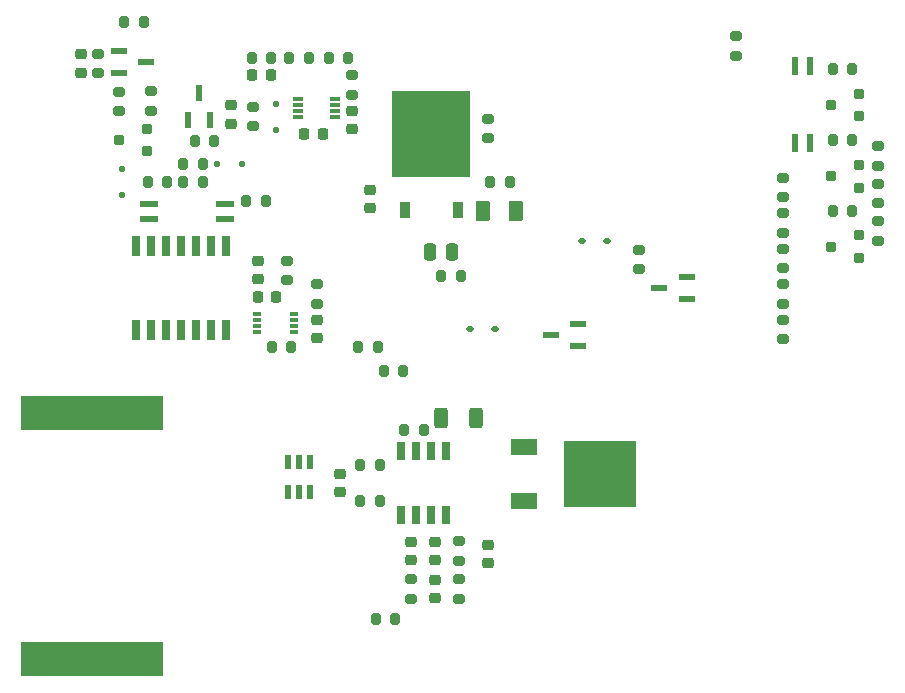
<source format=gbr>
%TF.GenerationSoftware,KiCad,Pcbnew,8.0.4*%
%TF.CreationDate,2024-09-03T11:52:29+09:00*%
%TF.ProjectId,chibarobo_board_2024,63686962-6172-46f6-926f-5f626f617264,rev?*%
%TF.SameCoordinates,Original*%
%TF.FileFunction,Paste,Bot*%
%TF.FilePolarity,Positive*%
%FSLAX46Y46*%
G04 Gerber Fmt 4.6, Leading zero omitted, Abs format (unit mm)*
G04 Created by KiCad (PCBNEW 8.0.4) date 2024-09-03 11:52:29*
%MOMM*%
%LPD*%
G01*
G04 APERTURE LIST*
G04 Aperture macros list*
%AMRoundRect*
0 Rectangle with rounded corners*
0 $1 Rounding radius*
0 $2 $3 $4 $5 $6 $7 $8 $9 X,Y pos of 4 corners*
0 Add a 4 corners polygon primitive as box body*
4,1,4,$2,$3,$4,$5,$6,$7,$8,$9,$2,$3,0*
0 Add four circle primitives for the rounded corners*
1,1,$1+$1,$2,$3*
1,1,$1+$1,$4,$5*
1,1,$1+$1,$6,$7*
1,1,$1+$1,$8,$9*
0 Add four rect primitives between the rounded corners*
20,1,$1+$1,$2,$3,$4,$5,0*
20,1,$1+$1,$4,$5,$6,$7,0*
20,1,$1+$1,$6,$7,$8,$9,0*
20,1,$1+$1,$8,$9,$2,$3,0*%
G04 Aperture macros list end*
%ADD10RoundRect,0.200000X-0.275000X0.200000X-0.275000X-0.200000X0.275000X-0.200000X0.275000X0.200000X0*%
%ADD11RoundRect,0.225000X0.250000X-0.225000X0.250000X0.225000X-0.250000X0.225000X-0.250000X-0.225000X0*%
%ADD12RoundRect,0.200000X-0.200000X-0.275000X0.200000X-0.275000X0.200000X0.275000X-0.200000X0.275000X0*%
%ADD13RoundRect,0.200000X0.250000X0.200000X-0.250000X0.200000X-0.250000X-0.200000X0.250000X-0.200000X0*%
%ADD14RoundRect,0.225000X-0.250000X0.225000X-0.250000X-0.225000X0.250000X-0.225000X0.250000X0.225000X0*%
%ADD15R,0.850000X0.300000*%
%ADD16R,2.286000X1.397000*%
%ADD17R,6.180000X5.690000*%
%ADD18RoundRect,0.137500X0.137500X-0.662500X0.137500X0.662500X-0.137500X0.662500X-0.137500X-0.662500X0*%
%ADD19RoundRect,0.200000X0.200000X0.275000X-0.200000X0.275000X-0.200000X-0.275000X0.200000X-0.275000X0*%
%ADD20RoundRect,0.200000X0.275000X-0.200000X0.275000X0.200000X-0.275000X0.200000X-0.275000X-0.200000X0*%
%ADD21R,0.700000X1.775000*%
%ADD22RoundRect,0.225000X-0.225000X-0.250000X0.225000X-0.250000X0.225000X0.250000X-0.225000X0.250000X0*%
%ADD23RoundRect,0.112500X0.187500X0.112500X-0.187500X0.112500X-0.187500X-0.112500X0.187500X-0.112500X0*%
%ADD24RoundRect,0.125000X0.125000X0.125000X-0.125000X0.125000X-0.125000X-0.125000X0.125000X-0.125000X0*%
%ADD25RoundRect,0.125000X0.125000X-0.125000X0.125000X0.125000X-0.125000X0.125000X-0.125000X-0.125000X0*%
%ADD26RoundRect,0.250000X0.250000X0.475000X-0.250000X0.475000X-0.250000X-0.475000X0.250000X-0.475000X0*%
%ADD27R,1.450000X0.600000*%
%ADD28RoundRect,0.225000X0.225000X0.250000X-0.225000X0.250000X-0.225000X-0.250000X0.225000X-0.250000X0*%
%ADD29RoundRect,0.250000X-0.375000X-0.625000X0.375000X-0.625000X0.375000X0.625000X-0.375000X0.625000X0*%
%ADD30RoundRect,0.250000X0.312500X0.625000X-0.312500X0.625000X-0.312500X-0.625000X0.312500X-0.625000X0*%
%ADD31R,0.600000X1.450000*%
%ADD32R,0.700000X1.525000*%
%ADD33R,0.800000X0.300000*%
%ADD34RoundRect,0.137500X-0.662500X-0.137500X0.662500X-0.137500X0.662500X0.137500X-0.662500X0.137500X0*%
%ADD35R,0.600000X1.200000*%
%ADD36R,0.939800X1.320800*%
%ADD37R,6.604000X7.315200*%
%ADD38R,12.000000X3.000000*%
G04 APERTURE END LIST*
D10*
%TO.C,R7*%
X140500000Y-99681981D03*
X140500000Y-101331981D03*
%TD*%
D11*
%TO.C,C17*%
X121213802Y-61097364D03*
X121213802Y-59547364D03*
%TD*%
D10*
%TO.C,R29*%
X168000000Y-68675000D03*
X168000000Y-70325000D03*
%TD*%
D12*
%TO.C,R20*%
X172175000Y-62500000D03*
X173825000Y-62500000D03*
%TD*%
D13*
%TO.C,Q3*%
X174400000Y-58550000D03*
X174400000Y-60450000D03*
X172000000Y-59500000D03*
%TD*%
D14*
%TO.C,C9*%
X128500000Y-77725000D03*
X128500000Y-79275000D03*
%TD*%
%TO.C,C14*%
X131491802Y-60035542D03*
X131491802Y-61585542D03*
%TD*%
D10*
%TO.C,R31*%
X168000000Y-71675000D03*
X168000000Y-73325000D03*
%TD*%
D12*
%TO.C,R51*%
X114175000Y-66000000D03*
X115825000Y-66000000D03*
%TD*%
D15*
%TO.C,IC5*%
X130075000Y-59000000D03*
X130075000Y-59500000D03*
X130075000Y-60000000D03*
X130075000Y-60500000D03*
X126925000Y-60500000D03*
X126925000Y-60000000D03*
X126925000Y-59500000D03*
X126925000Y-59000000D03*
%TD*%
D16*
%TO.C,Q12*%
X146000000Y-93000000D03*
D17*
X152436000Y-90714000D03*
D16*
X146000000Y-88428000D03*
%TD*%
D13*
%TO.C,Q8*%
X114150000Y-61550000D03*
X114150000Y-63450000D03*
X111750000Y-62500000D03*
%TD*%
D10*
%TO.C,R60*%
X155787095Y-71776873D03*
X155787095Y-73426873D03*
%TD*%
D18*
%TO.C,U2*%
X170270000Y-62750000D03*
X169000000Y-62750000D03*
X169000000Y-56250000D03*
X170270000Y-56250000D03*
%TD*%
D14*
%TO.C,C2*%
X138500000Y-96491895D03*
X138500000Y-98041895D03*
%TD*%
D19*
%TO.C,R3*%
X133825000Y-93000000D03*
X132175000Y-93000000D03*
%TD*%
D11*
%TO.C,C1*%
X136500000Y-98050000D03*
X136500000Y-96500000D03*
%TD*%
D19*
%TO.C,R47*%
X113825000Y-52500000D03*
X112175000Y-52500000D03*
%TD*%
D14*
%TO.C,C6*%
X143000000Y-96725000D03*
X143000000Y-98275000D03*
%TD*%
D20*
%TO.C,R13*%
X163980142Y-55355216D03*
X163980142Y-53705216D03*
%TD*%
D10*
%TO.C,R6*%
X140515499Y-96446313D03*
X140515499Y-98096313D03*
%TD*%
D12*
%TO.C,R1*%
X133500000Y-103000000D03*
X135150000Y-103000000D03*
%TD*%
D21*
%TO.C,IC3*%
X120810000Y-78538000D03*
X119540000Y-78538000D03*
X118270000Y-78538000D03*
X117000000Y-78538000D03*
X115730000Y-78538000D03*
X114460000Y-78538000D03*
X113190000Y-78538000D03*
X113190000Y-71462000D03*
X114460000Y-71462000D03*
X115730000Y-71462000D03*
X117000000Y-71462000D03*
X118270000Y-71462000D03*
X119540000Y-71462000D03*
X120810000Y-71462000D03*
%TD*%
D22*
%TO.C,C18*%
X127450000Y-62000000D03*
X129000000Y-62000000D03*
%TD*%
D20*
%TO.C,R41*%
X123075000Y-61325000D03*
X123075000Y-59675000D03*
%TD*%
D10*
%TO.C,R36*%
X128500000Y-74675000D03*
X128500000Y-76325000D03*
%TD*%
%TO.C,R58*%
X143000000Y-60675000D03*
X143000000Y-62325000D03*
%TD*%
D12*
%TO.C,R48*%
X118175000Y-62557176D03*
X119825000Y-62557176D03*
%TD*%
D13*
%TO.C,Q6*%
X174400000Y-64600000D03*
X174400000Y-66500000D03*
X172000000Y-65550000D03*
%TD*%
D11*
%TO.C,C7*%
X130500000Y-92275000D03*
X130500000Y-90725000D03*
%TD*%
D12*
%TO.C,R56*%
X139042214Y-74029487D03*
X140692214Y-74029487D03*
%TD*%
D23*
%TO.C,D9*%
X153054674Y-71055664D03*
X150954674Y-71055664D03*
%TD*%
D11*
%TO.C,C15*%
X108500000Y-56775000D03*
X108500000Y-55225000D03*
%TD*%
D12*
%TO.C,R49*%
X117175000Y-66000000D03*
X118825000Y-66000000D03*
%TD*%
D11*
%TO.C,C10*%
X133000000Y-68275000D03*
X133000000Y-66725000D03*
%TD*%
D24*
%TO.C,D7*%
X122206320Y-64500000D03*
X120006320Y-64500000D03*
%TD*%
D14*
%TO.C,C13*%
X123500000Y-72725000D03*
X123500000Y-74275000D03*
%TD*%
D25*
%TO.C,D4*%
X125047660Y-61607385D03*
X125047660Y-59407385D03*
%TD*%
D20*
%TO.C,R21*%
X176000000Y-67825000D03*
X176000000Y-66175000D03*
%TD*%
%TO.C,R12*%
X176000000Y-64650000D03*
X176000000Y-63000000D03*
%TD*%
D12*
%TO.C,R23*%
X172175000Y-68500000D03*
X173825000Y-68500000D03*
%TD*%
D26*
%TO.C,C12*%
X139950000Y-72000000D03*
X138050000Y-72000000D03*
%TD*%
D20*
%TO.C,R2*%
X136500000Y-101325000D03*
X136500000Y-99675000D03*
%TD*%
D25*
%TO.C,D6*%
X112000000Y-67100000D03*
X112000000Y-64900000D03*
%TD*%
D12*
%TO.C,R39*%
X129500000Y-55500000D03*
X131150000Y-55500000D03*
%TD*%
D27*
%TO.C,Q14*%
X159800000Y-74050000D03*
X159800000Y-75950000D03*
X157500000Y-75000000D03*
%TD*%
D20*
%TO.C,R24*%
X175992653Y-71018825D03*
X175992653Y-69368825D03*
%TD*%
D12*
%TO.C,R59*%
X143175000Y-66000000D03*
X144825000Y-66000000D03*
%TD*%
D20*
%TO.C,R46*%
X114494934Y-60012836D03*
X114494934Y-58362836D03*
%TD*%
D28*
%TO.C,C11*%
X125032379Y-75790854D03*
X123482379Y-75790854D03*
%TD*%
D10*
%TO.C,R35*%
X168000000Y-77675000D03*
X168000000Y-79325000D03*
%TD*%
%TO.C,R43*%
X110000000Y-55175000D03*
X110000000Y-56825000D03*
%TD*%
D22*
%TO.C,C16*%
X123035342Y-57008178D03*
X124585342Y-57008178D03*
%TD*%
D27*
%TO.C,Q11*%
X150650000Y-78050000D03*
X150650000Y-79950000D03*
X148350000Y-79000000D03*
%TD*%
D13*
%TO.C,Q7*%
X174400000Y-70550000D03*
X174400000Y-72450000D03*
X172000000Y-71500000D03*
%TD*%
D29*
%TO.C,F1*%
X142600000Y-68500000D03*
X145400000Y-68500000D03*
%TD*%
D30*
%TO.C,R57*%
X141962500Y-86000000D03*
X139037500Y-86000000D03*
%TD*%
D10*
%TO.C,R40*%
X131500000Y-57000000D03*
X131500000Y-58650000D03*
%TD*%
D12*
%TO.C,R54*%
X134175000Y-82000000D03*
X135825000Y-82000000D03*
%TD*%
D19*
%TO.C,R9*%
X133825000Y-90000000D03*
X132175000Y-90000000D03*
%TD*%
D10*
%TO.C,R53*%
X126000000Y-72686152D03*
X126000000Y-74336152D03*
%TD*%
D31*
%TO.C,Q10*%
X119450000Y-60800000D03*
X117550000Y-60800000D03*
X118500000Y-58500000D03*
%TD*%
D19*
%TO.C,R44*%
X127825000Y-55500000D03*
X126175000Y-55500000D03*
%TD*%
D23*
%TO.C,D8*%
X143550000Y-78500000D03*
X141450000Y-78500000D03*
%TD*%
D32*
%TO.C,IC2*%
X139405000Y-94212000D03*
X138135000Y-94212000D03*
X136865000Y-94212000D03*
X135595000Y-94212000D03*
X135595000Y-88788000D03*
X136865000Y-88788000D03*
X138135000Y-88788000D03*
X139405000Y-88788000D03*
%TD*%
D12*
%TO.C,R38*%
X124675000Y-80000000D03*
X126325000Y-80000000D03*
%TD*%
D33*
%TO.C,U7*%
X126550000Y-77250000D03*
X126550000Y-77750000D03*
X126550000Y-78250000D03*
X126550000Y-78750000D03*
X123450000Y-78750000D03*
X123450000Y-78250000D03*
X123450000Y-77750000D03*
X123450000Y-77250000D03*
%TD*%
D34*
%TO.C,U8*%
X114250000Y-69135000D03*
X114250000Y-67865000D03*
X120750000Y-67865000D03*
X120750000Y-69135000D03*
%TD*%
D10*
%TO.C,R27*%
X168000000Y-65675000D03*
X168000000Y-67325000D03*
%TD*%
D19*
%TO.C,R45*%
X124650000Y-55500000D03*
X123000000Y-55500000D03*
%TD*%
D11*
%TO.C,C3*%
X138508397Y-101270049D03*
X138508397Y-99720049D03*
%TD*%
D10*
%TO.C,R42*%
X111757701Y-58375540D03*
X111757701Y-60025540D03*
%TD*%
D35*
%TO.C,U1*%
X126050000Y-89750000D03*
X127000000Y-89750000D03*
X127950000Y-89750000D03*
X127950000Y-92250000D03*
X127000000Y-92250000D03*
X126050000Y-92250000D03*
%TD*%
D19*
%TO.C,R55*%
X133650000Y-80000000D03*
X132000000Y-80000000D03*
%TD*%
%TO.C,R10*%
X137551657Y-87032933D03*
X135901657Y-87032933D03*
%TD*%
D36*
%TO.C,IC4*%
X140444475Y-68403859D03*
D37*
X138183875Y-61952259D03*
D36*
X135923275Y-68403859D03*
%TD*%
D38*
%TO.C,L1*%
X109500000Y-85600000D03*
X109500000Y-106400000D03*
%TD*%
D12*
%TO.C,R11*%
X172175000Y-56500000D03*
X173825000Y-56500000D03*
%TD*%
D10*
%TO.C,R33*%
X168000000Y-74675000D03*
X168000000Y-76325000D03*
%TD*%
D12*
%TO.C,R52*%
X122538694Y-67672970D03*
X124188694Y-67672970D03*
%TD*%
D27*
%TO.C,Q9*%
X111750000Y-56800000D03*
X111750000Y-54900000D03*
X114050000Y-55850000D03*
%TD*%
D19*
%TO.C,R50*%
X118825904Y-64495647D03*
X117175904Y-64495647D03*
%TD*%
M02*

</source>
